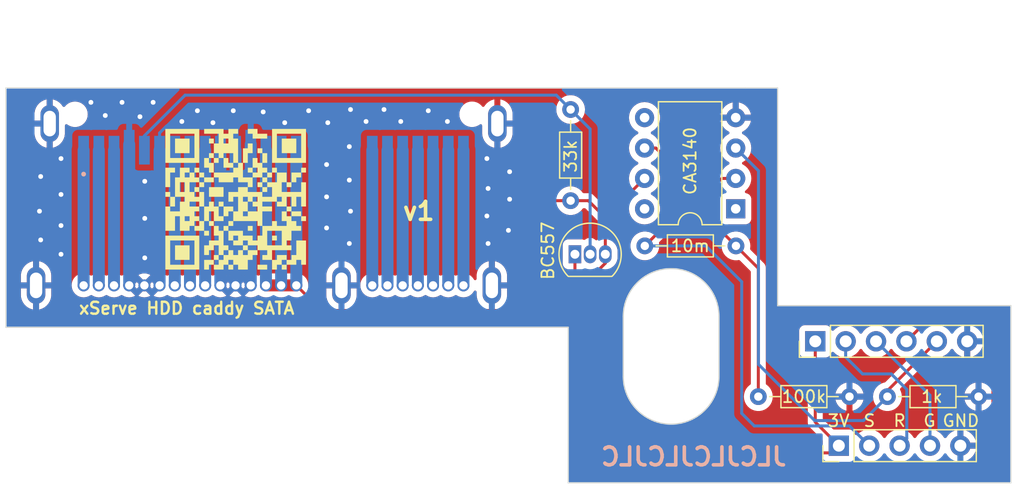
<source format=kicad_pcb>
(kicad_pcb (version 20221018) (generator pcbnew)
  (layers (0 "F.Cu" signal) (31 "B.Cu" signal) (34 "B.Paste" user) (35 "F.Paste" user) (36 "B.SilkS" user "B.Silkscreen") (37 "F.SilkS" user "F.Silkscreen") (38 "B.Mask" user) (39 "F.Mask" user) (44 "Edge.Cuts" user))
  (net 0 "")
  (net 1 "+3.3V")
  (net 2 "/RED_ANODE")
  (net 3 "/GREEN_ANODE")
  (net 4 "/BLUE_ANODE")
  (net 5 "/CONN_SENS")
  (net 6 "GND")
  (net 7 "Net-(J2-PadP7)")
  (net 8 "Net-(J2-PadP8)")
  (net 9 "Net-(J2-PadP9)")
  (net 10 "/SATA_PIN_11")
  (net 11 "Net-(J2-PadP13)")
  (net 12 "Net-(J2-PadP14)")
  (net 13 "Net-(J2-PadP15)")
  (net 14 "/S1")
  (net 15 "/S2")
  (net 16 "/S3")
  (net 17 "/S4")
  (net 18 "/S5")
  (net 19 "/S6")
  (net 20 "/S7")
  (net 21 "Net-(U1--)")
  (net 22 "/SENS_CADDY_CLOSED")
  (footprint "Resistor_THT:R_Axial_DIN0204_L3.6mm_D1.6mm_P7.62mm_Horizontal" (layer "F.Cu") (at 68.4 43.2)
    (fp_text reference "R4" hide)
    (fp_text value "10m" (at 3.8 0) (layer "F.SilkS"))
    (pad "1" thru_hole circle (at 0 0) (size 1.4 1.4) (drill 0.7) (layers "*.Cu" "*.Mask") (net 22 "/SENS_CADDY_CLOSED"))
    (pad "2" thru_hole oval (at 7.62 0) (size 1.4 1.4) (drill 0.7) (layers "*.Cu" "*.Mask") (net 21 "Net-(U1--)"))
  )
  (footprint "Connector_PinHeader_2.54mm:PinHeader_1x06_P2.54mm_Vertical" (layer "F.Cu") (at 82.65 51.175 90)
    (fp_text reference "J1" hide)
    (fp_text value "Conn_01x06_Pin" hide)
    (pad "1" thru_hole rect (at 0 0 90) (size 1.7 1.7) (drill 1) (layers "*.Cu" "*.Mask") (net 1 "+3.3V"))
    (pad "2" thru_hole oval (at 0 2.54 90) (size 1.7 1.7) (drill 1) (layers "*.Cu" "*.Mask") (net 2 "/RED_ANODE"))
    (pad "3" thru_hole oval (at 0 5.08 90) (size 1.7 1.7) (drill 1) (layers "*.Cu" "*.Mask") (net 3 "/GREEN_ANODE"))
    (pad "4" thru_hole oval (at 0 7.62 90) (size 1.7 1.7) (drill 1) (layers "*.Cu" "*.Mask") (net 4 "/BLUE_ANODE"))
    (pad "5" thru_hole oval (at 0 10.16 90) (size 1.7 1.7) (drill 1) (layers "*.Cu" "*.Mask") (net 5 "/CONN_SENS"))
    (pad "6" thru_hole oval (at 0 12.7 90) (size 1.7 1.7) (drill 1) (layers "*.Cu" "*.Mask") (net 6 "GND"))
  )
  (footprint "Connector_PinHeader_2.54mm:PinHeader_1x05_P2.54mm_Vertical" (layer "F.Cu") (at 84.62 59.9 90)
    (fp_text reference "J4" hide)
    (fp_text value "Conn_01x05_Pin" hide)
    (pad "1" thru_hole rect (at 0 0 90) (size 1.7 1.7) (drill 1) (layers "*.Cu" "*.Mask") (net 1 "+3.3V"))
    (pad "2" thru_hole oval (at 0 2.54 90) (size 1.7 1.7) (drill 1) (layers "*.Cu" "*.Mask") (net 22 "/SENS_CADDY_CLOSED"))
    (pad "3" thru_hole oval (at 0 5.08 90) (size 1.7 1.7) (drill 1) (layers "*.Cu" "*.Mask") (net 2 "/RED_ANODE"))
    (pad "4" thru_hole oval (at 0 7.62 90) (size 1.7 1.7) (drill 1) (layers "*.Cu" "*.Mask") (net 3 "/GREEN_ANODE"))
    (pad "5" thru_hole oval (at 0 10.16 90) (size 1.7 1.7) (drill 1) (layers "*.Cu" "*.Mask") (net 6 "GND"))
  )
  (footprint "Resistor_THT:R_Axial_DIN0204_L3.6mm_D1.6mm_P7.62mm_Horizontal" (layer "F.Cu") (at 62.2 39.42 90)
    (fp_text reference "R1" hide)
    (fp_text value "33k" (at 3.71 0 90) (layer "F.SilkS"))
    (pad "1" thru_hole circle (at 0 0 90) (size 1.4 1.4) (drill 0.7) (layers "*.Cu" "*.Mask") (net 1 "+3.3V"))
    (pad "2" thru_hole oval (at 7.62 0 90) (size 1.4 1.4) (drill 0.7) (layers "*.Cu" "*.Mask") (net 10 "/SATA_PIN_11"))
  )
  (footprint "Package_TO_SOT_THT:TO-92_Inline" (layer "F.Cu") (at 62.56 43.9)
    (fp_text reference "Q1")
    (fp_text value "BC557" (at -2.26 -0.3 90) (layer "F.SilkS"))
    (pad "1" thru_hole rect (at 0 0) (size 1.05 1.5) (drill 0.75) (layers "*.Cu" "*.Mask") (net 4 "/BLUE_ANODE"))
    (pad "2" thru_hole oval (at 1.27 0) (size 1.05 1.5) (drill 0.75) (layers "*.Cu" "*.Mask") (net 10 "/SATA_PIN_11"))
    (pad "3" thru_hole oval (at 2.54 0) (size 1.05 1.5) (drill 0.75) (layers "*.Cu" "*.Mask") (net 1 "+3.3V"))
  )
  (footprint "Resistor_THT:R_Axial_DIN0204_L3.6mm_D1.6mm_P7.62mm_Horizontal" (layer "F.Cu") (at 88.68 55.8)
    (fp_text reference "R2" hide)
    (fp_text value "1k" (at 3.72 0) (layer "F.SilkS"))
    (pad "1" thru_hole circle (at 0 0) (size 1.4 1.4) (drill 0.7) (layers "*.Cu" "*.Mask") (net 5 "/CONN_SENS"))
    (pad "2" thru_hole oval (at 7.62 0) (size 1.4 1.4) (drill 0.7) (layers "*.Cu" "*.Mask") (net 6 "GND"))
  )
  (footprint "Resistor_THT:R_Axial_DIN0204_L3.6mm_D1.6mm_P7.62mm_Horizontal" (layer "F.Cu") (at 77.89 55.8)
    (fp_text reference "R3" hide)
    (fp_text value "100k" (at 3.81 0) (layer "F.SilkS"))
    (pad "1" thru_hole circle (at 0 0) (size 1.4 1.4) (drill 0.7) (layers "*.Cu" "*.Mask") (net 21 "Net-(U1--)"))
    (pad "2" thru_hole oval (at 7.62 0) (size 1.4 1.4) (drill 0.7) (layers "*.Cu" "*.Mask") (net 6 "GND"))
  )
  (footprint "Package_DIP:DIP-8_W7.62mm" (layer "F.Cu") (at 76 40.1 180)
    (fp_text reference "U1" hide)
    (fp_text value "CA3140" (at 3.81 4 270) (layer "F.SilkS"))
    (pad "1" thru_hole rect (at 0 0 180) (size 1.6 1.6) (drill 0.8) (layers "*.Cu" "*.Mask"))
    (pad "2" thru_hole oval (at 0 2.54 180) (size 1.6 1.6) (drill 0.8) (layers "*.Cu" "*.Mask") (net 21 "Net-(U1--)"))
    (pad "3" thru_hole oval (at 0 5.08 180) (size 1.6 1.6) (drill 0.8) (layers "*.Cu" "*.Mask") (net 5 "/CONN_SENS"))
    (pad "4" thru_hole oval (at 0 7.62 180) (size 1.6 1.6) (drill 0.8) (layers "*.Cu" "*.Mask") (net 6 "GND"))
    (pad "5" thru_hole oval (at 7.62 7.62 180) (size 1.6 1.6) (drill 0.8) (layers "*.Cu" "*.Mask"))
    (pad "6" thru_hole oval (at 7.62 5.08 180) (size 1.6 1.6) (drill 0.8) (layers "*.Cu" "*.Mask") (net 22 "/SENS_CADDY_CLOSED"))
    (pad "7" thru_hole oval (at 7.62 2.54 180) (size 1.6 1.6) (drill 0.8) (layers "*.Cu" "*.Mask") (net 1 "+3.3V"))
    (pad "8" thru_hole oval (at 7.62 0 180) (size 1.6 1.6) (drill 0.8) (layers "*.Cu" "*.Mask"))
  )
  (footprint "47018-4002:male connector" (layer "F.Cu") (at 37.365 46.5)
    (fp_text reference "J3" hide)
    (fp_text value "47018-4002")
    (pad "P1" thru_hole circle (at 1.905 0) (size 1 1) (drill 0.7) (layers "*.Cu" "*.Mask") (net 1 "+3.3V"))
    (pad "P2" thru_hole circle (at 0.635 0) (size 1 1) (drill 0.7) (layers "*.Cu" "*.Mask") (net 1 "+3.3V"))
    (pad "P3" thru_hole circle (at -0.635 0) (size 1 1) (drill 0.7) (layers "*.Cu" "*.Mask") (net 1 "+3.3V"))
    (pad "P4" thru_hole circle (at -1.905 0) (size 1 1) (drill 0.7) (layers "*.Cu" "*.Mask") (net 6 "GND"))
    (pad "P5" thru_hole circle (at -3.175 0) (size 1 1) (drill 0.7) (layers "*.Cu" "*.Mask") (net 6 "GND"))
    (pad "P6" thru_hole circle (at -4.445 0) (size 1 1) (drill 0.7) (layers "*.Cu" "*.Mask") (net 6 "GND"))
    (pad "P7" thru_hole circle (at -5.715 0) (size 1 1) (drill 0.7) (layers "*.Cu" "*.Mask") (net 7 "Net-(J2-PadP7)"))
    (pad "P8" thru_hole circle (at -6.985 0) (size 1 1) (drill 0.7) (layers "*.Cu" "*.Mask") (net 8 "Net-(J2-PadP8)"))
    (pad "P9" thru_hole circle (at -8.255 0) (size 1 1) (drill 0.7) (layers "*.Cu" "*.Mask") (net 9 "Net-(J2-PadP9)"))
    (pad "P10" thru_hole circle (at -9.525 0) (size 1 1) (drill 0.7) (layers "*.Cu" "*.Mask") (net 6 "GND"))
    (pad "P11" thru_hole circle (at -10.795 0) (size 1 1) (drill 0.7) (layers "*.Cu" "*.Mask") (net 6 "GND"))
    (pad "P12" thru_hole circle (at -12.065 0) (size 1 1) (drill 0.7) (layers "*.Cu" "*.Mask") (net 6 "GND"))
    (pad "P13" thru_hole circle (at -13.335 0) (size 1 1) (drill 0.7) (layers "*.Cu" "*.Mask") (net 11 "Net-(J2-PadP13)"))
    (pad "P14" thru_hole circle (at -14.605 0) (size 1 1) (drill 0.7) (layers "*.Cu" "*.Mask") (net 12 "Net-(J2-PadP14)"))
    (pad "P15" thru_hole circle (at -15.875 0) (size 1 1) (drill 0.7) (layers "*.Cu" "*.Mask") (net 13 "Net-(J2-PadP15)"))
    (pad "S1" thru_hole circle (at 15.875 0) (size 1 1) (drill 0.7) (layers "*.Cu" "*.Mask") (net 14 "/S1"))
    (pad "S2" thru_hole circle (at 14.605 0) (size 1 1) (drill 0.7) (layers "*.Cu" "*.Mask") (net 15 "/S2"))
    (pad "S3" thru_hole circle (at 13.335 0) (size 1 1) (drill 0.7) (layers "*.Cu" "*.Mask") (net 16 "/S3"))
    (pad "S4" thru_hole circle (at 12.065 0) (size 1 1) (drill 0.7) (layers "*.Cu" "*.Mask") (net 17 "/S4"))
    (pad "S5" thru_hole circle (at 10.795 0) (size 1 1) (drill 0.7) (layers "*.Cu" "*.Mask") (net 18 "/S5"))
    (pad "S6" thru_hole circle (at 9.525 0) (size 1 1) (drill 0.7) (layers "*.Cu" "*.Mask") (net 19 "/S6"))
    (pad "S7" thru_hole circle (at 8.255 0) (size 1 1) (drill 0.7) (layers "*.Cu" "*.Mask") (net 20 "/S7"))
    (pad "SH" thru_hole oval (at -19.85 0) (size 1.545 3.09) (drill oval 1.03 2.14) (layers "*.Cu" "*.Mask") (net 6 "GND"))
    (pad "SH" thru_hole oval (at 5.68 0) (size 1.545 3.09) (drill oval 1.03 2.14) (layers "*.Cu" "*.Mask") (net 6 "GND"))
    (pad "SH" thru_hole oval (at 18.25 0) (size 1.545 3.09) (drill oval 1.03 2.14) (layers "*.Cu" "*.Mask") (net 6 "GND"))
  )
  (footprint "qr:qr" (layer "F.Cu") (at 34.2 39.3)
    (fp_text reference "v1" (at 15.3 1) (layer "F.SilkS") (effects (font (size 1.5 1.5) (thickness 0.3))))
    (fp_text value "LOGO" hide)
  )
  (footprint "47018-4002:MOLEX_47018-4002_bottom" (layer "B.Cu") (at 37.365 32.2)
    (fp_text reference "J2" hide)
    (fp_text value "47018-4002")
    (pad "" np_thru_hole circle (at -16.595 0) (size 1.63 1.63) (drill 1.63) (layers "*.Cu" "*.Mask"))
    (pad "" np_thru_hole circle (at 16.595 0) (size 1.63 1.63) (drill 1.63) (layers "*.Cu" "*.Mask"))
    (pad "P1" smd rect (at 1.905 3) (size 0.9 2.4) (layers "B.Cu" "B.Paste" "B.Mask") (net 1 "+3.3V"))
    (pad "P2" smd rect (at 0.635 3) (size 0.9 2.4) (layers "B.Cu" "B.Paste" "B.Mask") (net 1 "+3.3V"))
    (pad "P3" smd rect (at -0.635 3) (size 0.9 2.4) (layers "B.Cu" "B.Paste" "B.Mask") (net 1 "+3.3V"))
    (pad "P4" smd rect (at -1.905 2.5) (size 0.9 2.4) (layers "B.Cu" "B.Paste" "B.Mask") (net 6 "GND"))
    (pad "P5" smd rect (at -3.175 3) (size 0.9 2.4) (layers "B.Cu" "B.Paste" "B.Mask") (net 6 "GND"))
    (pad "P6" smd rect (at -4.445 3) (size 0.9 2.4) (layers "B.Cu" "B.Paste" "B.Mask") (net 6 "GND"))
    (pad "P7" smd rect (at -5.715 3) (size 0.9 2.4) (layers "B.Cu" "B.Paste" "B.Mask") (net 7 "Net-(J2-PadP7)"))
    (pad "P8" smd rect (at -6.985 3) (size 0.9 2.4) (layers "B.Cu" "B.Paste" "B.Mask") (net 8 "Net-(J2-PadP8)"))
    (pad "P9" smd rect (at -8.255 3) (size 0.9 2.4) (layers "B.Cu" "B.Paste" "B.Mask") (net 9 "Net-(J2-PadP9)"))
    (pad "P10" smd rect (at -9.525 3) (size 0.9 2.4) (layers "B.Cu" "B.Paste" "B.Mask") (net 6 "GND"))
    (pad "P11" smd rect (at -10.795 3) (size 0.9 2.4) (layers "B.Cu" "B.Paste" "B.Mask") (net 10 "/SATA_PIN_11"))
    (pad "P12" smd rect (at -12.065 2.5) (size 0.9 2.4) (layers "B.Cu" "B.Paste" "B.Mask") (net 6 "GND"))
    (pad "P13" smd rect (at -13.335 3) (size 0.9 2.4) (layers "B.Cu" "B.Paste" "B.Mask") (net 11 "Net-(J2-PadP13)"))
    (pad "P14" smd rect (at -14.605 3) (size 0.9 2.4) (layers "B.Cu" "B.Paste" "B.Mask") (net 12 "Net-(J2-PadP14)"))
    (pad "P15" smd rect (at -15.875 3) (size 0.9 2.4) (layers "B.Cu" "B.Paste" "B.Mask") (net 13 "Net-(J2-PadP15)"))
    (pad "S1" smd rect (at 15.875 3) (size 0.9 2.4) (layers "B.Cu" "B.Paste" "B.Mask") (net 14 "/S1"))
    (pad "S2" smd rect (at 14.605 3) (size 0.9 2.4) (layers "B.Cu" "B.Paste" "B.Mask") (net 15 "/S2"))
    (pad "S3" smd rect (at 13.335 3) (size 0.9 2.4) (layers "B.Cu" "B.Paste" "B.Mask") (net 16 "/S3"))
    (pad "S4" smd rect (at 12.065 3) (size 0.9 2.4) (layers "B.Cu" "B.Paste" "B.Mask") (net 17 "/S4"))
    (pad "S5" smd rect (at 10.795 3) (size 0.9 2.4) (layers "B.Cu" "B.Paste" "B.Mask") (net 18 "/S5"))
    (pad "S6" smd rect (at 9.525 3) (size 0.9 2.4) (layers "B.Cu" "B.Paste" "B.Mask") (net 19 "/S6"))
    (pad "S7" smd rect (at 8.255 3) (size 0.9 2.4) (layers "B.Cu" "B.Paste" "B.Mask") (net 20 "/S7"))
    (pad "SH" thru_hole oval (at -18.71 0.775) (size 1.545 3.09) (drill oval 1.03 2.14) (layers "*.Cu" "*.Mask") (net 6 "GND"))
    (pad "SH" thru_hole oval (at 18.71 0.775) (size 1.545 3.09) (drill oval 1.03 2.14) (layers "*.Cu" "*.Mask") (net 6 "GND"))
  )
  (gr_arc (start 66.6 49.1) (mid 70.6 45.1) (end 74.6 49.1) (stroke (width 0.1)) (layer "Edge.Cuts"))
  (gr_line (start 74.6 49.1) (end 74.6 54.1) (stroke (width 0.1)) (layer "Edge.Cuts"))
  (gr_arc (start 74.6 54.1) (mid 70.6 58.1) (end 66.6 54.1) (stroke (width 0.1)) (layer "Edge.Cuts"))
  (gr_line (start 62 50) (end 62 63) (stroke (width 0.1)) (layer "Edge.Cuts"))
  (gr_line (start 62 50) (end 15 50) (stroke (width 0.1)) (layer "Edge.Cuts"))
  (gr_line (start 99 48.2) (end 79.5 48.2) (stroke (width 0.1)) (layer "Edge.Cuts"))
  (gr_line (start 66.6 49.1) (end 66.6 54.1) (stroke (width 0.1)) (layer "Edge.Cuts"))
  (gr_line (start 76.8 30) (end 79.5 30) (stroke (width 0.1)) (layer "Edge.Cuts"))
  (gr_line (start 15 50) (end 15 30) (stroke (width 0.1)) (layer "Edge.Cuts"))
  (gr_line (start 99 63) (end 99 48.2) (stroke (width 0.1)) (layer "Edge.Cuts"))
  (gr_line (start 62 63) (end 99 63) (stroke (width 0.1)) (layer "Edge.Cuts"))
  (gr_line (start 15 30) (end 76.8 30) (stroke (width 0.1)) (layer "Edge.Cuts"))
  (gr_line (start 79.5 48.2) (end 79.5 30) (stroke (width 0.1)) (layer "Edge.Cuts"))
  (gr_text "JLCJLCJLCJLC" (at 80.4 61.7) (layer "B.SilkS") (effects (font (size 1.5 1.5) (thickness 0.3) bold) (justify left bottom mirror)))
  (gr_text "xServe HDD caddy SATA" (at 21 49) (layer "F.SilkS") (effects (font (size 1 1) (thickness 0.2) bold) (justify left bottom)))
  (gr_text "R" (at 89.1 58.4) (layer "F.SilkS") (effects (font (size 1 1)) (justify left bottom)))
  (gr_text "G" (at 91.6 58.4) (layer "F.SilkS") (effects (font (size 1 1)) (justify left bottom)))
  (gr_text "3V" (at 83.6 58.4) (layer "F.SilkS") (effects (font (size 1 1)) (justify left bottom)))
  (gr_text "GND" (at 93.2 58.4) (layer "F.SilkS") (effects (font (size 1 1)) (justify left bottom)))
  (gr_text "S" (at 86.6 58.4) (layer "F.SilkS") (effects (font (size 1 1)) (justify left bottom)))
  (segment (start 82.65 57.93) (end 84.62 59.9) (width 0.25) (layer "F.Cu") (net 1))
  (segment (start 36.73 46.5) (end 39.27 46.5) (width 1) (layer "F.Cu") (net 1))
  (segment (start 82.65 51.175) (end 82.65 57.93) (width 0.25) (layer "F.Cu") (net 1))
  (segment (start 63.68 39.42) (end 65.1 40.84) (width 0.25) (layer "F.Cu") (net 1))
  (segment (start 65.1 43.9) (end 65.1 40.84) (width 0.25) (layer "F.Cu") (net 1))
  (segment (start 64.4 45.346325) (end 64.4 57.9) (width 0.25) (layer "F.Cu") (net 1))
  (segment (start 64.4 57.9) (end 67 60.5) (width 0.25) (layer "F.Cu") (net 1))
  (segment (start 59 46.5) (end 56.9 48.6) (width 0.25) (layer "F.Cu") (net 1))
  (segment (start 62.2 39.42) (end 63.68 39.42) (width 0.25) (layer "F.Cu") (net 1))
  (segment (start 65.1 43.9) (end 65.1 44.646325) (width 0.25) (layer "F.Cu") (net 1))
  (segment (start 84.02 60.5) (end 84.62 59.9) (width 0.25) (layer "F.Cu") (net 1))
  (segment (start 67 60.5) (end 84.02 60.5) (width 0.25) (layer "F.Cu") (net 1))
  (segment (start 41.37 48.6) (end 39.27 46.5) (width 0.25) (layer "F.Cu") (net 1))
  (segment (start 65.1 44.646325) (end 64.4 45.346325) (width 0.25) (layer "F.Cu") (net 1))
  (segment (start 67.77 37.56) (end 68.38 37.56) (width 0.25) (layer "F.Cu") (net 1))
  (segment (start 56.9 48.6) (end 41.37 48.6) (width 0.25) (layer "F.Cu") (net 1))
  (segment (start 59 41) (end 59 46.5) (width 0.25) (layer "F.Cu") (net 1))
  (segment (start 62.2 39.42) (end 60.58 39.42) (width 0.25) (layer "F.Cu") (net 1))
  (segment (start 60.58 39.42) (end 59 41) (width 0.25) (layer "F.Cu") (net 1))
  (segment (start 65.1 40.84) (end 68.38 37.56) (width 0.25) (layer "F.Cu") (net 1))
  (segment (start 38 35.2) (end 38 46.5) (width 1) (layer "B.Cu") (net 1))
  (segment (start 36.73 35.2) (end 36.73 46.5) (width 1) (layer "B.Cu") (net 1))
  (segment (start 39.27 35.2) (end 39.27 46.5) (width 1) (layer "B.Cu") (net 1))
  (segment (start 85.19 52.49) (end 86.6 53.9) (width 0.25) (layer "B.Cu") (net 2))
  (segment (start 85.19 51.175) (end 85.19 52.49) (width 0.25) (layer "B.Cu") (net 2))
  (segment (start 89 53.9) (end 90.298568 55.198568) (width 0.25) (layer "B.Cu") (net 2))
  (segment (start 90.298568 55.198568) (end 90.298568 59.301432) (width 0.25) (layer "B.Cu") (net 2))
  (segment (start 86.6 53.9) (end 89 53.9) (width 0.25) (layer "B.Cu") (net 2))
  (segment (start 90.298568 59.301432) (end 89.7 59.9) (width 0.25) (layer "B.Cu") (net 2))
  (segment (start 92.24 55.685) (end 92.24 59.9) (width 0.25) (layer "B.Cu") (net 3))
  (segment (start 87.73 51.175) (end 92.24 55.685) (width 0.25) (layer "B.Cu") (net 3))
  (segment (start 63.9 47.6) (end 62.56 46.26) (width 0.25) (layer "F.Cu") (net 4))
  (segment (start 97.5 60.8) (end 96.4 61.9) (width 0.25) (layer "F.Cu") (net 4))
  (segment (start 97.5 50) (end 97.5 60.8) (width 0.25) (layer "F.Cu") (net 4))
  (segment (start 96.4 61.9) (end 67.763604 61.9) (width 0.25) (layer "F.Cu") (net 4))
  (segment (start 96.9 49.4) (end 97.5 50) (width 0.25) (layer "F.Cu") (net 4))
  (segment (start 62.56 46.26) (end 62.56 43.9) (width 0.25) (layer "F.Cu") (net 4))
  (segment (start 67.763604 61.9) (end 63.9 58.036396) (width 0.25) (layer "F.Cu") (net 4))
  (segment (start 90.27 51.175) (end 92.045 49.4) (width 0.25) (layer "F.Cu") (net 4))
  (segment (start 92.045 49.4) (end 96.9 49.4) (width 0.25) (layer "F.Cu") (net 4))
  (segment (start 63.9 58.036396) (end 63.9 47.6) (width 0.25) (layer "F.Cu") (net 4))
  (segment (start 92.81 51.175) (end 88.68 55.305) (width 0.25) (layer "F.Cu") (net 5))
  (segment (start 88.68 55.305) (end 88.68 55.8) (width 0.25) (layer "F.Cu") (net 5))
  (segment (start 77.9 53.1) (end 82.6 57.8) (width 0.25) (layer "B.Cu") (net 5))
  (segment (start 82.6 57.8) (end 86.68 57.8) (width 0.25) (layer "B.Cu") (net 5))
  (segment (start 86.68 57.8) (end 88.68 55.8) (width 0.25) (layer "B.Cu") (net 5))
  (segment (start 77.9 36.92) (end 77.9 53.1) (width 0.25) (layer "B.Cu") (net 5))
  (segment (start 76 35.02) (end 77.9 36.92) (width 0.25) (layer "B.Cu") (net 5))
  (via (at 34 31.9) (size 0.8) (drill 0.4) (layers "F.Cu" "B.Cu") (net 6))
  (via (at 17.9 42.7) (size 0.8) (drill 0.4) (layers "F.Cu" "B.Cu") (net 6))
  (via (at 55.3 38.4) (size 0.8) (drill 0.4) (layers "F.Cu" "B.Cu") (net 6))
  (via (at 19.6 35.9) (size 0.8) (drill 0.4) (layers "F.Cu" "B.Cu") (net 6))
  (via (at 32.3 32.9) (size 0.8) (drill 0.4) (layers "F.Cu" "B.Cu") (net 6))
  (via (at 26.6 44.2) (size 0.8) (drill 0.4) (layers "F.Cu" "B.Cu") (net 6))
  (via (at 19.6 41.5) (size 0.8) (drill 0.4) (layers "F.Cu" "B.Cu") (net 6))
  (via (at 43.7 37.7) (size 0.8) (drill 0.4) (layers "F.Cu" "B.Cu") (net 6))
  (via (at 17.8 40.3) (size 0.8) (drill 0.4) (layers "F.Cu" "B.Cu") (net 6))
  (via (at 51.9 32.8) (size 0.8) (drill 0.4) (layers "F.Cu" "B.Cu") (net 6))
  (via (at 55.2 40.7) (size 0.8) (drill 0.4) (layers "F.Cu" "B.Cu") (net 6))
  (via (at 22.1 31.2) (size 0.8) (drill 0.4) (layers "F.Cu" "B.Cu") (net 6))
  (via (at 43.7 43) (size 0.8) (drill 0.4) (layers "F.Cu" "B.Cu") (net 6))
  (via (at 38.3 32.9) (size 0.8) (drill 0.4) (layers "F.Cu" "B.Cu") (net 6))
  (via (at 57.1 37) (size 0.8) (drill 0.4) (layers "F.Cu" "B.Cu") (net 6))
  (via (at 26.6 40.9) (size 0.8) (drill 0.4) (layers "F.Cu" "B.Cu") (net 6))
  (via (at 26.6 37.8) (size 0.8) (drill 0.4) (layers "F.Cu" "B.Cu") (net 6))
  (via (at 57 41.9) (size 0.8) (drill 0.4) (layers "F.Cu" "B.Cu") (net 6))
  (via (at 19.6 38.9) (size 0.8) (drill 0.4) (layers "F.Cu" "B.Cu") (net 6))
  (via (at 17.9 37.4) (size 0.8) (drill 0.4) (layers "F.Cu" "B.Cu") (net 6))
  (via (at 43.7 34.9) (size 0.8) (drill 0.4) (layers "F.Cu" "B.Cu") (net 6))
  (via (at 41.8 39.1) (size 0.8) (drill 0.4) (layers "F.Cu" "B.Cu") (net 6))
  (via (at 29.7 32.8) (size 0.8) (drill 0.4) (layers "F.Cu" "B.Cu") (net 6))
  (via (at 46.6 31.8) (size 0.8) (drill 0.4) (layers "F.Cu" "B.Cu") (net 6))
  (via (at 19.6 43.9) (size 0.8) (drill 0.4) (layers "F.Cu" "B.Cu") (net 6))
  (via (at 41.8 41.7) (size 0.8) (drill 0.4) (layers "F.Cu" "B.Cu") (net 6))
  (via (at 45.1 32.8) (size 0.8) (drill 0.4) (layers "F.Cu" "B.Cu") (net 6))
  (via (at 43.8 31.8) (size 0.8) (drill 0.4) (layers "F.Cu" "B.Cu") (net 6))
  (via (at 55.3 43) (size 0.8) (drill 0.4) (layers "F.Cu" "B.Cu") (net 6))
  (via (at 27.3 31.2) (size 0.8) (drill 0.4) (layers "F.Cu" "B.Cu") (net 6))
  (via (at 36.5 32) (size 0.8) (drill 0.4) (layers "F.Cu" "B.Cu") (net 6))
  (via (at 40.3 31.9) (size 0.8) (drill 0.4) (layers "F.Cu" "B.Cu") (net 6))
  (via (at 31 31.9) (size 0.8) (drill 0.4) (layers "F.Cu" "B.Cu") (net 6))
  (via (at 57.1 39.3) (size 0.8) (drill 0.4) (layers "F.Cu" "B.Cu") (net 6))
  (via (at 43.8 40.3) (size 0.8) (drill 0.4) (layers "F.Cu" "B.Cu") (net 6))
  (via (at 26.2 32.4) (size 0.8) (drill 0.4) (layers "F.Cu" "B.Cu") (net 6))
  (via (at 24.7 31.2) (size 0.8) (drill 0.4) (layers "F.Cu" "B.Cu") (net 6))
  (via (at 41.9 32.9) (size 0.8) (drill 0.4) (layers "F.Cu" "B.Cu") (net 6))
  (via (at 50.3 31.9) (size 0.8) (drill 0.4) (layers "F.Cu" "B.Cu") (net 6))
  (via (at 23.3 32.3) (size 0.8) (drill 0.4) (layers "F.Cu" "B.Cu") (net 6))
  (via (at 55.2 35.9) (size 0.8) (drill 0.4) (layers "F.Cu" "B.Cu") (net 6))
  (via (at 41.8 36.4) (size 0.8) (drill 0.4) (layers "F.Cu" "B.Cu") (net 6))
  (via (at 48 32.8) (size 0.8) (drill 0.4) (layers "F.Cu" "B.Cu") (net 6))
  (segment (start 27.84 35.2) (end 27.84 46.5) (width 1) (layer "B.Cu") (net 6))
  (segment (start 34.19 35.2) (end 34.19 46.5) (width 1) (layer "B.Cu") (net 6))
  (segment (start 35.46 34.7) (end 35.46 46.5) (width 1) (layer "B.Cu") (net 6))
  (segment (start 28.43 33.17) (end 27.84 33.76) (width 0.25) (layer "B.Cu") (net 6))
  (segment (start 25.3 34.7) (end 25.3 46.5) (width 1) (layer "B.Cu") (net 6))
  (segment (start 27.84 33.76) (end 27.84 35.2) (width 0.25) (layer "B.Cu") (net 6))
  (segment (start 32.92 35.2) (end 32.92 46.5) (width 1) (layer "B.Cu") (net 6))
  (segment (start 56.075 46.04) (end 55.615 46.5) (width 0.25) (layer "B.Cu") (net 6))
  (segment (start 31.65 35.2) (end 31.65 46.5) (width 1) (layer "B.Cu") (net 7))
  (segment (start 30.38 35.2) (end 30.38 46.5) (width 1) (layer "B.Cu") (net 8))
  (segment (start 29.11 35.2) (end 29.11 46.5) (width 1) (layer "B.Cu") (net 9))
  (segment (start 63.83 43.153675) (end 63.83 43.9) (width 0.25) (layer "F.Cu") (net 10))
  (segment (start 61 30.6) (end 29.97 30.6) (width 0.25) (layer "B.Cu") (net 10))
  (segment (start 63.83 33.43) (end 62.2 31.8) (width 0.25) (layer "B.Cu") (net 10))
  (segment (start 63.83 43.9) (end 63.83 33.43) (width 0.25) (layer "B.Cu") (net 10))
  (segment (start 26.57 34) (end 26.57 35.2) (width 0.25) (layer "B.Cu") (net 10))
  (segment (start 62.2 31.8) (end 61 30.6) (width 0.25) (layer "B.Cu") (net 10))
  (segment (start 29.97 30.6) (end 26.57 34) (width 0.25) (layer "B.Cu") (net 10))
  (segment (start 24.03 35.2) (end 24.03 46.5) (width 1) (layer "B.Cu") (net 11))
  (segment (start 22.76 35.2) (end 22.76 46.5) (width 1) (layer "B.Cu") (net 12))
  (segment (start 21.49 35.2) (end 21.49 46.5) (width 1) (layer "B.Cu") (net 13))
  (segment (start 53.24 35.2) (end 53.24 46.5) (width 1) (layer "B.Cu") (net 14))
  (segment (start 51.97 35.2) (end 51.97 46.5) (width 1) (layer "B.Cu") (net 15))
  (segment (start 50.7 35.2) (end 50.7 46.5) (width 1) (layer "B.Cu") (net 16))
  (segment (start 49.43 35.2) (end 49.43 46.5) (width 1) (layer "B.Cu") (net 17))
  (segment (start 48.16 35.2) (end 48.16 46.5) (width 1) (layer "B.Cu") (net 18))
  (segment (start 46.89 35.2) (end 46.89 46.5) (width 1) (layer "B.Cu") (net 19))
  (segment (start 45.62 35.2) (end 45.62 46.5) (width 1) (layer "B.Cu") (net 20))
  (segment (start 74 41.18) (end 76.02 43.2) (width 0.25) (layer "F.Cu") (net 21))
  (segment (start 76 37.56) (end 74.84 37.56) (width 0.25) (layer "F.Cu") (net 21))
  (segment (start 76.02 43.2) (end 77.89 45.07) (width 0.25) (layer "F.Cu") (net 21))
  (segment (start 74.84 37.56) (end 74 38.4) (width 0.25) (layer "F.Cu") (net 21))
  (segment (start 77.89 45.07) (end 77.89 55.8) (width 0.25) (layer "F.Cu") (net 21))
  (segment (start 74 38.4) (end 74 41.18) (width 0.25) (layer "F.Cu") (net 21))
  (segment (start 70.6 41) (end 68.4 43.2) (width 0.25) (layer "F.Cu") (net 22))
  (segment (start 70.6 36.3) (end 70.6 41) (width 0.25) (layer "F.Cu") (net 22))
  (segment (start 69.32 35.02) (end 70.6 36.3) (width 0.25) (layer "F.Cu") (net 22))
  (segment (start 68.38 35.02) (end 69.32 35.02) (width 0.25) (layer "F.Cu") (net 22))
  (segment (start 76.5 46.2) (end 76.5 57.2) (width 0.25) (layer "B.Cu") (net 22))
  (segment (start 73.5 43.2) (end 76.5 46.2) (width 0.25) (layer "B.Cu") (net 22))
  (segment (start 77.55 58.25) (end 85.51 58.25) (width 0.25) (layer "B.Cu") (net 22))
  (segment (start 76.5 57.2) (end 77.55 58.25) (width 0.25) (layer "B.Cu") (net 22))
  (segment (start 68.4 43.2) (end 73.5 43.2) (width 0.25) (layer "B.Cu") (net 22))
  (segment (start 85.51 58.25) (end 87.16 59.9) (width 0.25) (layer "B.Cu") (net 22))
  (zone (net 6) (net_name "GND") (layer "F.Cu") (priority 1) (connect_pads (clearance 0.5)) (min_thickness 0.25) (fill yes (thermal_gap 0.5) (thermal_bridge_width 0.5))
    (polygon (pts (xy 14.6 29.7) (xy 100.1 29.7) (xy 100.1 63.7) (xy 99.6 64.2) (xy 14.6 64.2) (xy 14.5 64.1) (xy 14.5 29.8)))
  )
  (zone (net 6) (net_name "GND") (layer "B.Cu") (connect_pads (clearance 0.5)) (min_thickness 0.25) (fill yes (thermal_gap 0.5) (thermal_bridge_width 0.5))
    (polygon (pts (xy 79.7 29.8) (xy 79.7 48) (xy 99.2 48) (xy 99.2 63.2) (xy 99.1 63.3) (xy 61.8 63.3) (xy 61.7 63.2) (xy 61.7 50.3) (xy 14.6 50.3) (xy 14.6 30.1) (xy 14.9 29.8)))
  )
)
</source>
